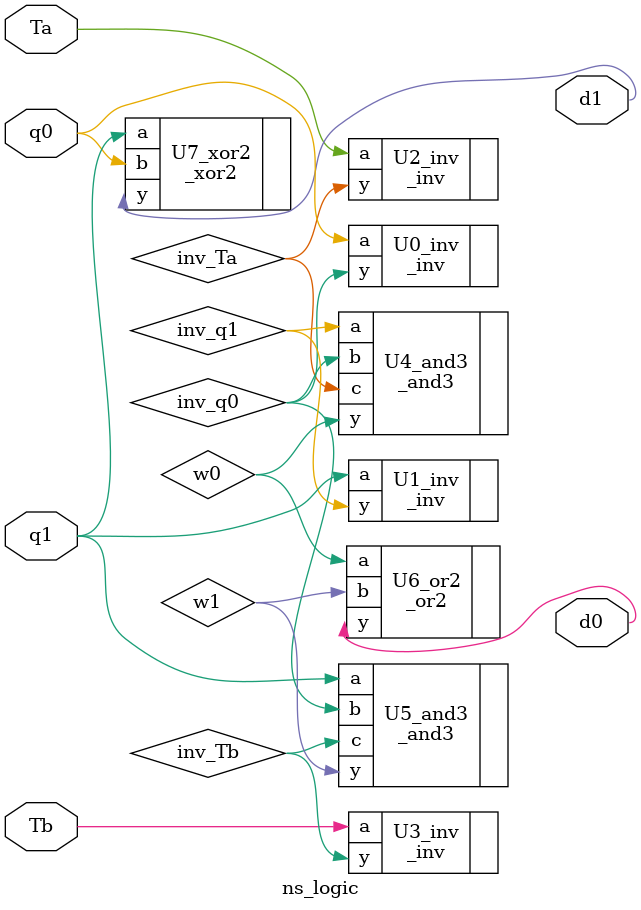
<source format=v>
module ns_logic(d1, d0, Ta, Tb, q1, q0);
	input Ta, Tb, q1, q0;
	output d1, d0;
	
	wire w0, w1;
	wire inv_q1, inv_q0, inv_Ta, inv_Tb;
	
	//instance of inverter
	_inv U0_inv(.y(inv_q0), .a(q0)); // ~q0
	_inv U1_inv(.y(inv_q1), .a(q1)); // ~q1
	_inv U2_inv(.y(inv_Ta), .a(Ta)); // ~ta
	_inv U3_inv(.y(inv_Tb), .a(Tb)); // ~tb
	
	//instance
	_and3 U4_and3(.y(w0), .a(inv_q1), .b(inv_q0), .c(inv_Ta));	//w0 = ~q1 & ~q0 & ~ta
	_and3 U5_and3(.y(w1), .a(q1), .b(inv_q0), .c(inv_Tb));		//w1 = q1 & ~q0 & ~tb
	_or2 U6_or2(.y(d0), .a(w0), .b(w1));								//d0 = w0 | w1
	_xor2 U7_xor2(.y(d1), .a(q1), .b(q0));								//d1 = q1 ^ q0
endmodule 

</source>
